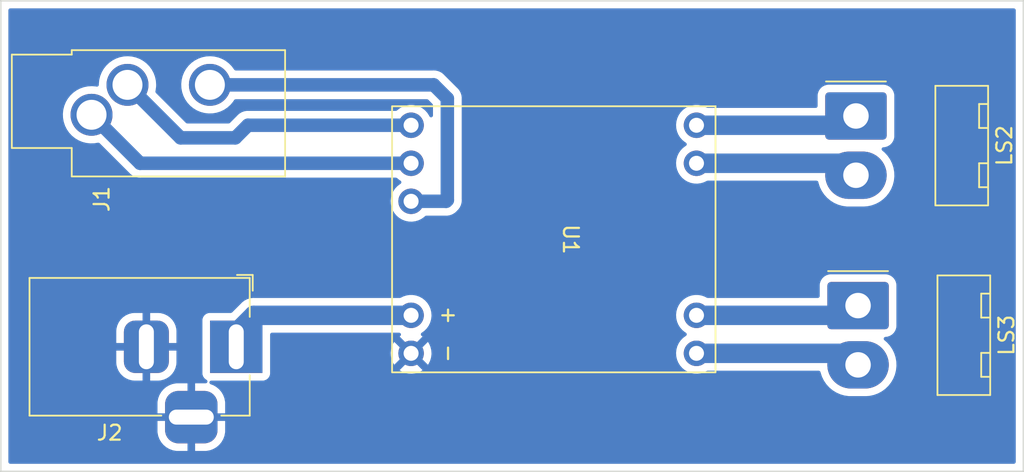
<source format=kicad_pcb>
(kicad_pcb (version 20211014) (generator pcbnew)
  (layers (0 "F.Cu" signal) (31 "B.Cu" signal) (34 "B.Paste" user) (35 "F.Paste" user) (36 "B.SilkS" user "B.Silkscreen") (37 "F.SilkS" user "F.Silkscreen") (38 "B.Mask" user) (39 "F.Mask" user) (44 "Edge.Cuts" user))
  (net 0 "")
  (net 1 "/right")
  (net 2 "/commun")
  (net 3 "/left")
  (net 4 "+5V")
  (net 5 "GND")
  (net 6 "Net-(U1-Pad9)")
  (net 7 "Net-(U1-Pad8)")
  (net 8 "Net-(U1-Pad7)")
  (net 9 "Net-(U1-Pad6)")
  (footprint "pam8403:pam8403" (layer "F.Cu") (at 71.52 54.85 -90)
    (fp_text reference "U1" (at 0 -0.5 -90 unlocked) (layer "F.SilkS"))
    (fp_text value "pam8403")
    (fp_text user "+" (at 5.08 7.62 -90 unlocked) (layer "F.SilkS"))
    (fp_text user "-" (at 7.62 7.62 -90 unlocked) (layer "F.SilkS"))
    (fp_rect (start -8.89 -10.16) (end 8.89 11.43) (layer "F.SilkS") (width 0.12) (fill none))
    (pad "1" thru_hole circle (at -7.62 10.16 270) (size 1.7 1.7) (drill 1) (layers *.Cu *.Mask) (net 3 "/left"))
    (pad "2" thru_hole circle (at -5.08 10.16 270) (size 1.7 1.7) (drill 1) (layers *.Cu *.Mask) (net 2 "/commun"))
    (pad "3" thru_hole circle (at -2.54 10.16 270) (size 1.7 1.7) (drill 1) (layers *.Cu *.Mask) (net 1 "/right"))
    (pad "4" thru_hole circle (at 5.08 10.16 270) (size 1.7 1.7) (drill 1) (layers *.Cu *.Mask) (net 4 "+5V"))
    (pad "5" thru_hole circle (at 7.62 10.16 270) (size 1.7 1.7) (drill 1) (layers *.Cu *.Mask) (net 5 "GND"))
    (pad "6" thru_hole circle (at 7.62 -8.89 270) (size 1.7 1.7) (drill 1) (layers *.Cu *.Mask) (net 9 "Net-(U1-Pad6)"))
    (pad "7" thru_hole circle (at 5.08 -8.89 270) (size 1.7 1.7) (drill 1) (layers *.Cu *.Mask) (net 8 "Net-(U1-Pad7)"))
    (pad "8" thru_hole circle (at -5.08 -8.89 270) (size 1.7 1.7) (drill 1) (layers *.Cu *.Mask) (net 7 "Net-(U1-Pad8)"))
    (pad "9" thru_hole circle (at -7.62 -8.89 270) (size 1.7 1.7) (drill 1) (layers *.Cu *.Mask) (net 6 "Net-(U1-Pad9)"))
  )
  (footprint "Connector_Molex:Molex_KK-396_A-41792-0002_1x02_P3.96mm_Horizontal" (layer "F.Cu") (at 91.195 59.28 -90)
    (fp_text reference "LS3" (at 1.98 -9.91 90) (layer "F.SilkS"))
    (fp_text value "Speaker")
    (fp_line (start 0.8 -8.22) (end 0.8 -8.82) (layer "F.SilkS") (width 0.12))
    (fp_line (start -0.8 -8.22) (end 0.8 -8.22) (layer "F.SilkS") (width 0.12))
    (fp_line (start 5.975 -8.82) (end 5.975 -5.3) (layer "F.SilkS") (width 0.12))
    (fp_line (start -2.015 -5.3) (end -2.015 -8.82) (layer "F.SilkS") (width 0.12))
    (fp_line (start -2.015 -8.82) (end 5.975 -8.82) (layer "F.SilkS") (width 0.12))
    (fp_line (start 5.975 -5.3) (end -2.015 -5.3) (layer "F.SilkS") (width 0.12))
    (fp_line (start 4.76 -8.22) (end 4.76 -8.82) (layer "F.SilkS") (width 0.12))
    (fp_line (start -2.305 -2) (end -2.305 2) (layer "F.SilkS") (width 0.12))
    (fp_line (start 3.16 -8.22) (end 4.76 -8.22) (layer "F.SilkS") (width 0.12))
    (fp_line (start 3.16 -8.82) (end 3.16 -8.22) (layer "F.SilkS") (width 0.12))
    (fp_line (start -0.8 -8.82) (end -0.8 -8.22) (layer "F.SilkS") (width 0.12))
    (pad "1" thru_hole roundrect (at 0 0 270) (size 3.16 4.1) (drill 1.7) (layers *.Cu *.Mask) (roundrect_rratio 0.079114) (net 8 "Net-(U1-Pad7)"))
    (pad "2" thru_hole oval (at 3.96 0 270) (size 3.16 4.1) (drill 1.7) (layers *.Cu *.Mask) (net 9 "Net-(U1-Pad6)"))
  )
  (footprint "Connector_BarrelJack:BarrelJack_Horizontal" (layer "F.Cu") (at 49.69 62.0325)
    (fp_text reference "J2" (at -8.45 5.75) (layer "F.SilkS"))
    (fp_text value "Barrel_Jack_Switch")
    (fp_line (start 0.9 4.6) (end -1 4.6) (layer "F.SilkS") (width 0.12))
    (fp_line (start 1.1 -3.75) (end 1.1 -4.8) (layer "F.SilkS") (width 0.12))
    (fp_line (start -13.8 4.6) (end -13.8 -4.6) (layer "F.SilkS") (width 0.12))
    (fp_line (start -5 4.6) (end -13.8 4.6) (layer "F.SilkS") (width 0.12))
    (fp_line (start 0.05 -4.8) (end 1.1 -4.8) (layer "F.SilkS") (width 0.12))
    (fp_line (start 0.9 -4.6) (end 0.9 -2) (layer "F.SilkS") (width 0.12))
    (fp_line (start 0.9 1.9) (end 0.9 4.6) (layer "F.SilkS") (width 0.12))
    (fp_line (start -13.8 -4.6) (end 0.9 -4.6) (layer "F.SilkS") (width 0.12))
    (pad "1" thru_hole rect (at 0 0) (size 3.5 3.5) (drill oval 1 3) (layers *.Cu *.Mask) (net 4 "+5V"))
    (pad "2" thru_hole roundrect (at -6 0) (size 3 3.5) (drill oval 1 3) (layers *.Cu *.Mask) (net 5 "GND"))
    (pad "3" thru_hole roundrect (at -3 4.7) (size 3.5 3.5) (drill oval 3 1) (layers *.Cu *.Mask) (net 5 "GND"))
  )
  (footprint "Connector_Audio:Jack_3.5mm_CUI_SJ1-3533NG_Horizontal_CircularHoles" (layer "F.Cu") (at 40.03 46.53 90)
    (fp_text reference "J1" (at -5.63 0.68 90) (layer "F.SilkS"))
    (fp_text value "AudioJack3")
    (fp_line (start -4.12 -1.32) (end -2.22 -1.32) (layer "F.SilkS") (width 0.12))
    (fp_line (start 4.02 -1.32) (end 4.32 -1.32) (layer "F.SilkS") (width 0.12))
    (fp_line (start 4.32 12.92) (end -4.12 12.92) (layer "F.SilkS") (width 0.12))
    (fp_line (start 4.02 -5.32) (end 4.02 -1.32) (layer "F.SilkS") (width 0.12))
    (fp_line (start 4.32 -1.32) (end 4.32 12.92) (layer "F.SilkS") (width 0.12))
    (fp_line (start -2.22 -5.32) (end 4.02 -5.32) (layer "F.SilkS") (width 0.12))
    (fp_line (start -4.12 12.92) (end -4.12 -1.32) (layer "F.SilkS") (width 0.12))
    (fp_line (start -2.22 -1.32) (end -2.22 -5.32) (layer "F.SilkS") (width 0.12))
    (pad "R" thru_hole circle (at 2 7.9 90) (size 2.8 2.8) (drill 2) (layers *.Cu *.Mask) (net 1 "/right"))
    (pad "S" thru_hole circle (at 0 0 90) (size 2.8 2.8) (drill 2) (layers *.Cu *.Mask) (net 2 "/commun"))
    (pad "T" thru_hole circle (at 2 2.4 90) (size 2.8 2.8) (drill 2) (layers *.Cu *.Mask) (net 3 "/left"))
  )
  (footprint "Connector_Molex:Molex_KK-396_A-41792-0002_1x02_P3.96mm_Horizontal" (layer "F.Cu") (at 91.055 46.61 -90)
    (fp_text reference "LS2" (at 1.98 -9.91 90) (layer "F.SilkS"))
    (fp_text value "Speaker")
    (fp_line (start -2.305 -2) (end -2.305 2) (layer "F.SilkS") (width 0.12))
    (fp_line (start 5.975 -8.82) (end 5.975 -5.3) (layer "F.SilkS") (width 0.12))
    (fp_line (start 5.975 -5.3) (end -2.015 -5.3) (layer "F.SilkS") (width 0.12))
    (fp_line (start 0.8 -8.22) (end 0.8 -8.82) (layer "F.SilkS") (width 0.12))
    (fp_line (start -0.8 -8.82) (end -0.8 -8.22) (layer "F.SilkS") (width 0.12))
    (fp_line (start 3.16 -8.82) (end 3.16 -8.22) (layer "F.SilkS") (width 0.12))
    (fp_line (start -2.015 -5.3) (end -2.015 -8.82) (layer "F.SilkS") (width 0.12))
    (fp_line (start -0.8 -8.22) (end 0.8 -8.22) (layer "F.SilkS") (width 0.12))
    (fp_line (start -2.015 -8.82) (end 5.975 -8.82) (layer "F.SilkS") (width 0.12))
    (fp_line (start 4.76 -8.22) (end 4.76 -8.82) (layer "F.SilkS") (width 0.12))
    (fp_line (start 3.16 -8.22) (end 4.76 -8.22) (layer "F.SilkS") (width 0.12))
    (pad "1" thru_hole roundrect (at 0 0 270) (size 3.16 4.1) (drill 1.7) (layers *.Cu *.Mask) (roundrect_rratio 0.079114) (net 6 "Net-(U1-Pad9)"))
    (pad "2" thru_hole oval (at 3.96 0 270) (size 3.16 4.1) (drill 1.7) (layers *.Cu *.Mask) (net 7 "Net-(U1-Pad8)"))
  )
  (gr_rect (start 33.97 38.91) (end 102.23 70.36) (layer "Edge.Cuts") (width 0.1) (fill none))
  (segment (start 63.78 45.44) (end 62.87 44.53) (width 0.9) (layer "B.Cu") (net 1))
  (segment (start 63.78 52.23) (end 63.78 45.44) (width 0.9) (layer "B.Cu") (net 1))
  (segment (start 62.87 44.53) (end 47.93 44.53) (width 0.9) (layer "B.Cu") (net 1))
  (segment (start 63.7 52.31) (end 63.78 52.23) (width 0.9) (layer "B.Cu") (net 1))
  (segment (start 61.36 52.31) (end 63.7 52.31) (width 0.9) (layer "B.Cu") (net 1))
  (segment (start 43.27 49.77) (end 61.36 49.77) (width 0.9) (layer "B.Cu") (net 2))
  (segment (start 40.03 46.53) (end 43.27 49.77) (width 0.9) (layer "B.Cu") (net 2))
  (segment (start 42.43 44.53) (end 45.97 48.07) (width 0.9) (layer "B.Cu") (net 3))
  (segment (start 49.63 48.07) (end 50.47 47.23) (width 0.9) (layer "B.Cu") (net 3))
  (segment (start 45.97 48.07) (end 49.63 48.07) (width 0.9) (layer "B.Cu") (net 3))
  (segment (start 50.47 47.23) (end 61.36 47.23) (width 0.9) (layer "B.Cu") (net 3))
  (segment (start 50.86 59.93) (end 61.36 59.93) (width 1.3) (layer "B.Cu") (net 4))
  (segment (start 49.69 62.0325) (end 49.69 61.1) (width 1.3) (layer "B.Cu") (net 4))
  (segment (start 49.69 61.1) (end 50.86 59.93) (width 1.3) (layer "B.Cu") (net 4))
  (segment (start 80.41 47.23) (end 90.435 47.23) (width 1.3) (layer "B.Cu") (net 6))
  (segment (start 90.435 47.23) (end 91.055 46.61) (width 1.3) (layer "B.Cu") (net 6))
  (segment (start 90.255 49.77) (end 91.055 50.57) (width 1.3) (layer "B.Cu") (net 7))
  (segment (start 80.41 49.77) (end 90.255 49.77) (width 1.3) (layer "B.Cu") (net 7))
  (segment (start 90.545 59.93) (end 91.195 59.28) (width 1.3) (layer "B.Cu") (net 8))
  (segment (start 80.41 59.93) (end 90.545 59.93) (width 1.3) (layer "B.Cu") (net 8))
  (segment (start 90.425 62.47) (end 91.195 63.24) (width 1.3) (layer "B.Cu") (net 9))
  (segment (start 80.41 62.47) (end 90.425 62.47) (width 1.3) (layer "B.Cu") (net 9))
  (zone (net 5) (net_name "GND") (layer "B.Cu") (connect_pads (clearance 0.508)) (min_thickness 0.254) (fill yes (thermal_gap 0.508) (thermal_bridge_width 0.508))
    (polygon (pts (xy 102.22 70.35) (xy 33.99 70.36) (xy 33.98 38.92) (xy 102.22 38.9)))
  )
)
</source>
